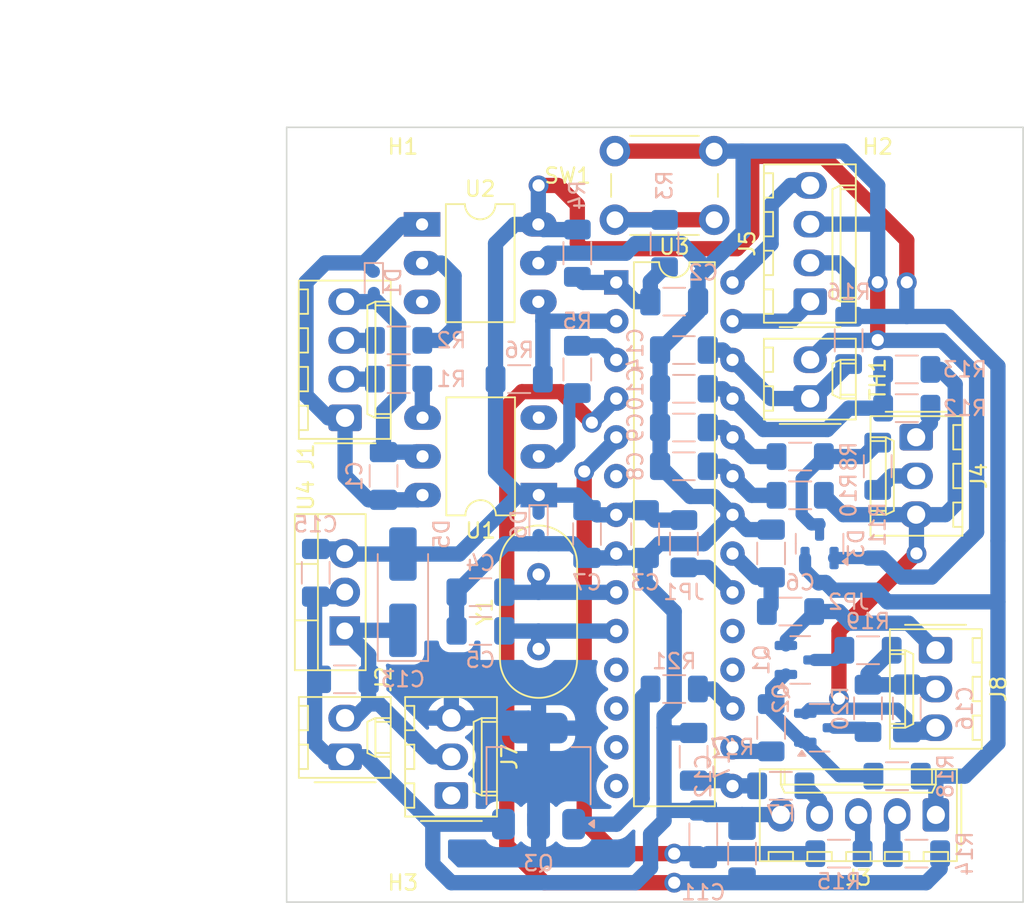
<source format=kicad_pcb>
(kicad_pcb (version 20221018) (generator pcbnew)
  (layers (0 "F.Cu" signal) (31 "B.Cu" signal) (34 "B.Paste" user) (35 "F.Paste" user) (36 "B.SilkS" user "B.Silkscreen") (37 "F.SilkS" user "F.Silkscreen") (38 "B.Mask" user) (39 "F.Mask" user) (44 "Edge.Cuts" user))
  (net 0 "")
  (net 1 "/UART_5V")
  (net 2 "/UART_GND")
  (net 3 "/~{RST}")
  (net 4 "GND")
  (net 5 "+5V")
  (net 6 "Net-(U3-PB6{slash}XTAL1)")
  (net 7 "Net-(U3-PB7{slash}XTAL2)")
  (net 8 "/Vref")
  (net 9 "/ADC0")
  (net 10 "/ADC1")
  (net 11 "/ADC2")
  (net 12 "/ENC_A")
  (net 13 "/ENC_B")
  (net 14 "+12V")
  (net 15 "/ADC3")
  (net 16 "Net-(J8-Pin_2)")
  (net 17 "GNDPWR")
  (net 19 "Net-(D3-K-Pad3)")
  (net 20 "/UART_TX")
  (net 21 "/UART_RX")
  (net 22 "/MISO")
  (net 23 "/SCK")
  (net 24 "/FAN")
  (net 25 "/ISENSE")
  (net 26 "/VSENSE")
  (net 27 "/SDA")
  (net 28 "/SCL")
  (net 29 "/ENC_SW")
  (net 30 "Net-(J3-Pin_2)")
  (net 32 "Net-(J7-Pin_3)")
  (net 33 "Net-(Q1-G)")
  (net 34 "Net-(Q1-D)")
  (net 35 "Net-(Q2-D)")
  (net 36 "Net-(Q3-B)")
  (net 37 "Net-(R1-Pad1)")
  (net 38 "Net-(R2-Pad2)")
  (net 39 "Net-(R3-Pad1)")
  (net 40 "Net-(R5-Pad1)")
  (net 41 "/TX")
  (net 42 "/RX")
  (net 44 "unconnected-(U2-Pad3)")
  (net 45 "Net-(J3-Pin_3)")
  (net 49 "Net-(JP1-B)")
  (net 50 "Net-(JP2-B)")
  (net 52 "/OC1B")
  (net 53 "Net-(J3-Pin_4)")
  (footprint "MountingHole:MountingHole_3.2mm_M3" (layer "F.Cu") (at 67.31 123.19)
    (fp_text reference "H3")
    (fp_text value "MountingHole")
  )
  (footprint "Button_Switch_THT:SW_PUSH_6mm_H4.3mm" (layer "F.Cu") (at 85.015 77.76)
    (fp_text reference "SW1")
    (fp_text value "SW_Push")
  )
  (footprint "Package_DIP:DIP-6_W7.62mm_LongPads" (layer "F.Cu") (at 80.025 100.315 180)
    (fp_text reference "U1")
    (fp_text value "H11L1")
  )
  (footprint "Connector_Molex:Molex_KK-254_AE-6410-03A_1x03_P2.54mm_Vertical" (layer "F.Cu") (at 104.755 96.52 -90)
    (fp_text reference "J4")
    (fp_text value "Conn_01x03")
  )
  (footprint "Connector_Molex:Molex_KK-254_AE-6410-04A_1x04_P2.54mm_Vertical" (layer "F.Cu") (at 97.81 87.63 90)
    (fp_text reference "J5")
    (fp_text value "Conn_01x04")
  )
  (footprint "Package_TO_SOT_THT:TO-220-3_Vertical" (layer "F.Cu") (at 67.31 109.22 90)
    (fp_text reference "U4")
    (fp_text value "LM7805_TO220")
  )
  (footprint "Connector_Molex:Molex_KK-254_AE-6410-04A_1x04_P2.54mm_Vertical" (layer "F.Cu") (at 67.33 95.25 90)
    (fp_text reference "J1")
    (fp_text value "Conn_01x04")
  )
  (footprint "Connector_Molex:Molex_KK-254_AE-6410-02A_1x02_P2.54mm_Vertical" (layer "F.Cu") (at 97.81 93.98 90)
    (fp_text reference "TH1")
    (fp_text value "Thermistor_NTC")
  )
  (footprint "Connector_Molex:Molex_KK-254_AE-6410-05A_1x05_P2.54mm_Vertical" (layer "F.Cu") (at 106.045 121.285 180)
    (fp_text reference "J3")
    (fp_text value "Conn_01x05")
  )
  (footprint "Package_DIP:DIP-28_W7.62mm" (layer "F.Cu") (at 85.1 86.37)
    (fp_text reference "U3")
    (fp_text value "ATmega8-16P")
  )
  (footprint "Connector_Molex:Molex_KK-254_AE-6410-03A_1x03_P2.54mm_Vertical" (layer "F.Cu") (at 74.295 120.015 90)
    (fp_text reference "J7")
    (fp_text value "Conn_01x03")
  )
  (footprint "Package_DIP:DIP-6_W7.62mm_LongPads" (layer "F.Cu") (at 72.375 82.565)
    (fp_text reference "U2")
    (fp_text value "H11L1")
  )
  (footprint "Crystal:Crystal_HC49-U_Vertical" (layer "F.Cu") (at 80.01 110.4 90)
    (fp_text reference "Y1")
    (fp_text value "16M-49S-SR")
  )
  (footprint "Connector_Molex:Molex_KK-254_AE-6410-02A_1x02_P2.54mm_Vertical" (layer "F.Cu") (at 67.33 117.475 90)
    (fp_text reference "J2")
    (fp_text value "Conn_01x02")
  )
  (footprint "Connector_Molex:Molex_KK-254_AE-6410-03A_1x03_P2.54mm_Vertical" (layer "F.Cu") (at 106.025 110.49 -90)
    (fp_text reference "J8")
    (fp_text value "Conn_01x03")
  )
  (footprint "MountingHole:MountingHole_3.2mm_M3" (layer "F.Cu") (at 67.31 80.01)
    (fp_text reference "H1")
    (fp_text value "MountingHole")
  )
  (footprint "MountingHole:MountingHole_3.2mm_M3" (layer "F.Cu") (at 106.68 80.01)
    (fp_text reference "H2")
    (fp_text value "MountingHole")
  )
  (footprint "Diode_SMD:D_SOD-523" (layer "B.Cu") (at 80.01 102.235 -90)
    (fp_text reference "D6")
    (fp_text value "ESD5Z5V0")
  )
  (footprint "Resistor_SMD:R_1206_3216Metric_Pad1.30x1.75mm_HandSolder" (layer "B.Cu") (at 82.55 84.455 -90)
    (fp_text reference "R4")
    (fp_text value "10k")
  )
  (footprint "Resistor_SMD:R_1206_3216Metric_Pad1.30x1.75mm_HandSolder" (layer "B.Cu") (at 95.885 119.38)
    (fp_text reference "R7")
    (fp_text value "10k")
  )
  (footprint "Resistor_SMD:R_1206_3216Metric_Pad1.30x1.75mm_HandSolder" (layer "B.Cu") (at 70.84 92.71 180)
    (fp_text reference "R1")
    (fp_text value "1k")
  )
  (footprint "Capacitor_SMD:C_1206_3216Metric_Pad1.33x1.80mm_HandSolder" (layer "B.Cu") (at 89.535 93.345 180)
    (fp_text reference "C10")
    (fp_text value "10n")
  )
  (footprint "Diode_SMD:D_SMA_Handsoldering" (layer "B.Cu") (at 71.12 106.68 90)
    (fp_text reference "D5")
    (fp_text value "1N4007")
  )
  (footprint "Resistor_SMD:R_1206_3216Metric_Pad1.30x1.75mm_HandSolder" (layer "B.Cu") (at 89.535 103.505 -90)
    (fp_text reference "JP1")
    (fp_text value "SolderJumper_2_Bridged")
  )
  (footprint "Resistor_SMD:R_1206_3216Metric_Pad1.30x1.75mm_HandSolder" (layer "B.Cu") (at 102.235 98.425 -90)
    (fp_text reference "R11")
    (fp_text value "10k")
  )
  (footprint "Resistor_SMD:R_1206_3216Metric_Pad1.30x1.75mm_HandSolder" (layer "B.Cu") (at 82.55 92.075 90)
    (fp_text reference "R5")
    (fp_text value "1k")
  )
  (footprint "Capacitor_SMD:C_1206_3216Metric_Pad1.33x1.80mm_HandSolder" (layer "B.Cu") (at 69.85 99.06 90)
    (fp_text reference "C1")
    (fp_text value "100n")
  )
  (footprint "Resistor_SMD:R_1206_3216Metric_Pad1.30x1.75mm_HandSolder" (layer "B.Cu") (at 104.14 92.075)
    (fp_text reference "R13")
    (fp_text value "10k")
  )
  (footprint "Resistor_SMD:R_1206_3216Metric_Pad1.30x1.75mm_HandSolder" (layer "B.Cu") (at 70.84 90.17)
    (fp_text reference "R2")
    (fp_text value "1k")
  )
  (footprint "Capacitor_SMD:C_1206_3216Metric_Pad1.33x1.80mm_HandSolder" (layer "B.Cu") (at 89.535 98.425 180)
    (fp_text reference "C8")
    (fp_text value "10n")
  )
  (footprint "Resistor_SMD:R_1206_3216Metric_Pad1.30x1.75mm_HandSolder" (layer "B.Cu") (at 100.33 90.17 -90)
    (fp_text reference "R16")
    (fp_text value "22k")
  )
  (footprint "Resistor_SMD:R_1206_3216Metric_Pad1.30x1.75mm_HandSolder" (layer "B.Cu") (at 88.9 113.03 180)
    (fp_text reference "R21")
    (fp_text value "330")
  )
  (footprint "Resistor_SMD:R_1206_3216Metric_Pad1.30x1.75mm_HandSolder" (layer "B.Cu") (at 78.74 92.71)
    (fp_text reference "R6")
    (fp_text value "10k")
  )
  (footprint "Capacitor_SMD:C_1206_3216Metric_Pad1.33x1.80mm_HandSolder" (layer "B.Cu") (at 83.185 102.87 -90)
    (fp_text reference "C7")
    (fp_text value "1u / 25V")
  )
  (footprint "Diode_SMD:D_SOD-523" (layer "B.Cu") (at 69.215 86.36 -90)
    (fp_text reference "D1")
    (fp_text value "ESD5Z5V0")
  )
  (footprint "Capacitor_SMD:C_1206_3216Metric_Pad1.33x1.80mm_HandSolder" (layer "B.Cu") (at 90.805 122.555 90)
    (fp_text reference "C12")
    (fp_text value "10n")
  )
  (footprint "Capacitor_SMD:C_1206_3216Metric_Pad1.33x1.80mm_HandSolder" (layer "B.Cu") (at 89.535 90.805 180)
    (fp_text reference "C14")
    (fp_text value "100n")
  )
  (footprint "Resistor_SMD:R_1206_3216Metric_Pad1.30x1.75mm_HandSolder" (layer "B.Cu") (at 97.155 100.33)
    (fp_text reference "R10")
    (fp_text value "10k")
  )
  (footprint "Capacitor_SMD:C_1206_3216Metric_Pad1.33x1.80mm_HandSolder" (layer "B.Cu") (at 76.2 109.22)
    (fp_text reference "C5")
    (fp_text value "22p")
  )
  (footprint "Resistor_SMD:R_1206_3216Metric_Pad1.30x1.75mm_HandSolder" (layer "B.Cu") (at 88.265 83.82 -90)
    (fp_text reference "R3")
    (fp_text value "330")
  )
  (footprint "Resistor_SMD:R_1206_3216Metric_Pad1.30x1.75mm_HandSolder" (layer "B.Cu") (at 104.775 123.825 180)
    (fp_text reference "R14")
    (fp_text value "10k")
  )
  (footprint "Capacitor_SMD:C_1206_3216Metric_Pad1.33x1.80mm_HandSolder" (layer "B.Cu") (at 65.405 105.41 -90)
    (fp_text reference "C15")
    (fp_text value "100n")
  )
  (footprint "Resistor_SMD:R_1206_3216Metric_Pad1.30x1.75mm_HandSolder" (layer "B.Cu") (at 101.6 110.49)
    (fp_text reference "R19")
    (fp_text value "10k")
  )
  (footprint "Capacitor_SMD:C_1206_3216Metric_Pad1.33x1.80mm_HandSolder" (layer "B.Cu") (at 104.14 114.3 -90)
    (fp_text reference "C16")
    (fp_text value "10uF")
  )
  (footprint "Package_TO_SOT_SMD:SOT-23" (layer "B.Cu") (at 98.425 115.57)
    (fp_text reference "Q2")
    (fp_text value "BSS138")
  )
  (footprint "Package_TO_SOT_SMD:SOT-223-3_TabPin2" (layer "B.Cu") (at 80.01 118.745 90)
    (fp_text reference "Q3")
    (fp_text value "BCP56")
  )
  (footprint "Capacitor_SMD:C_1206_3216Metric_Pad1.33x1.80mm_HandSolder" (layer "B.Cu") (at 89.535 95.885 180)
    (fp_text reference "C9")
    (fp_text value "10n")
  )
  (footprint "Resistor_SMD:R_1206_3216Metric_Pad1.30x1.75mm_HandSolder" (layer "B.Cu") (at 95.25 115.57 90)
    (fp_text reference "R17")
    (fp_text value "100")
  )
  (footprint "Capacitor_SMD:C_1206_3216Metric_Pad1.33x1.80mm_HandSolder" (layer "B.Cu") (at 95.25 104.14 90)
    (fp_text reference "C6")
    (fp_text value "100n")
  )
  (footprint "Capacitor_SMD:C_1206_3216Metric_Pad1.33x1.80mm_HandSolder" (layer "B.Cu") (at 86.995 102.87 -90)
    (fp_text reference "C3")
    (fp_text value "100n")
  )
  (footprint "Resistor_SMD:R_1206_3216Metric_Pad1.30x1.75mm_HandSolder" (layer "B.Cu") (at 101.6 114.3 -90)
    (fp_text reference "R20")
    (fp_text value "10k")
  )
  (footprint "Resistor_SMD:R_1206_3216Metric_Pad1.30x1.75mm_HandSolder" (layer "B.Cu") (at 97.155 97.79)
    (fp_text reference "R8")
    (fp_text value "1k")
  )
  (footprint "Capacitor_SMD:C_1206_3216Metric_Pad1.33x1.80mm_HandSolder" (layer "B.Cu") (at 76.2 106.68)
    (fp_text reference "C4")
    (fp_text value "22p")
  )
  (footprint "Resistor_SMD:R_1206_3216Metric_Pad1.30x1.75mm_HandSolder" (layer "B.Cu") (at 103.505 118.745 180)
    (fp_text reference "R18")
    (fp_text value "10k")
  )
  (footprint "Package_TO_SOT_SMD:SOT-23" (layer "B.Cu") (at 97.155 111.125)
    (fp_text reference "Q1")
    (fp_text value "BSS84")
  )
  (footprint "Capacitor_SMD:C_1206_3216Metric_Pad1.33x1.80mm_HandSolder" (layer "B.Cu") (at 90.17 117.475 90)
    (fp_text reference "C17")
    (fp_text value "100n")
  )
  (footprint "Resistor_SMD:R_1206_3216Metric_Pad1.30x1.75mm_HandSolder" (layer "B.Cu") (at 96.52 107.95 180)
    (fp_text reference "JP2")
    (fp_text value "SolderJumper_2_Bridged")
  )
  (footprint "Package_TO_SOT_SMD:SOT-23" (layer "B.Cu") (at 98.425 103.505 90)
    (fp_text reference "D3")
    (fp_text value "BAV99")
  )
  (footprint "Resistor_SMD:R_1206_3216Metric_Pad1.30x1.75mm_HandSolder" (layer "B.Cu") (at 104.14 94.615 180)
    (fp_text reference "R12")
    (fp_text value "330k")
  )
  (footprint "Resistor_SMD:R_1206_3216Metric_Pad1.30x1.75mm_HandSolder" (layer "B.Cu") (at 99.695 123.825)
    (fp_text reference "R15")
    (fp_text value "10k")
  )
  (footprint "Capacitor_SMD:C_1206_3216Metric_Pad1.33x1.80mm_HandSolder" (layer "B.Cu") (at 67.31 112.395 180)
    (fp_text reference "C13")
    (fp_text value "330n")
  )
  (footprint "Capacitor_SMD:C_1206_3216Metric_Pad1.33x1.80mm_HandSolder" (layer "B.Cu") (at 93.345 123.825 90)
    (fp_text reference "C11")
    (fp_text value "10n")
  )
  (footprint "Capacitor_SMD:C_1206_3216Metric_Pad1.33x1.80mm_HandSolder" (layer "B.Cu") (at 88.9 87.63)
    (fp_text reference "C2")
    (fp_text value "100n")
  )
  (gr_line (start 111.76 76.2) (end 63.5 76.2) (stroke (width 0.1)) (layer "Edge.Cuts"))
  (gr_line (start 111.76 127) (end 111.76 76.2) (stroke (width 0.1)) (layer "Edge.Cuts"))
  (gr_line (start 63.5 127) (end 111.76 127) (stroke (width 0.1)) (layer "Edge.Cuts"))
  (gr_line (start 63.5 76.2) (end 63.5 127) (stroke (width 0.1)) (layer "Edge.Cuts"))
  (segment (start 66.235 95.25) (end 64.77 93.785) (width 1) (layer "B.Cu") (net 1))
  (segment (start 67.33 95.25) (end 67.33 99.08) (width 1) (layer "B.Cu") (net 1))
  (segment (start 71.105 82.565) (end 72.375 82.565) (width 1) (layer "B.Cu") (net 1))
  (segment (start 72.0975 100.6225) (end 72.405 100.315) (width 1) (layer "B.Cu") (net 1))
  (segment (start 67.33 95.25) (end 66.235 95.25) (width 1) (layer "B.Cu") (net 1))
  (segment (start 68.58 85.09) (end 71.105 82.565) (width 1) (layer "B.Cu") (net 1))
  (segment (start 69.85 100.6225) (end 72.0975 100.6225) (width 1) (layer "B.Cu") (net 1))
  (segment (start 69.215 85.66) (end 69.15 85.66) (width 0.8) (layer "B.Cu") (net 1))
  (segment (start 68.8725 100.6225) (end 69.85 100.6225) (width 1) (layer "B.Cu") (net 1))
  (segment (start 67.33 99.08) (end 68.8725 100.6225) (width 1) (layer "B.Cu") (net 1))
  (segment (start 69.15 85.66) (end 68.58 85.09) (width 0.8) (layer "B.Cu") (net 1))
  (segment (start 64.77 86.36) (end 66.04 85.09) (width 1) (layer "B.Cu") (net 1))
  (segment (start 66.04 85.09) (end 68.58 85.09) (width 1) (layer "B.Cu") (net 1))
  (segment (start 64.77 93.785) (end 64.77 86.36) (width 1) (layer "B.Cu") (net 1))
  (segment (start 70.84 89.061726) (end 69.408274 87.63) (width 1) (layer "B.Cu") (net 2))
  (segment (start 72.1275 97.4975) (end 72.405 97.775) (width 1) (layer "B.Cu") (net 2))
  (segment (start 69.85 94.808274) (end 70.84 93.818274) (width 1) (layer "B.Cu") (net 2))
  (segment (start 69.85 94.808274) (end 69.85 97.4975) (width 1) (layer "B.Cu") (net 2))
  (segment (start 70.84 93.818274) (end 70.84 89.061726) (width 1) (layer "B.Cu") (net 2))
  (segment (start 69.215 87.06) (end 69.215 87.436726) (width 0.8) (layer "B.Cu") (net 2))
  (segment (start 69.85 97.4975) (end 72.1275 97.4975) (width 1) (layer "B.Cu") (net 2))
  (segment (start 69.215 87.436726) (end 69.408274 87.63) (width 0.8) (layer "B.Cu") (net 2))
  (segment (start 69.408274 87.63) (end 67.33 87.63) (width 1) (layer "B.Cu") (net 2))
  (segment (start 85.1 86.37) (end 82.915 86.37) (width 1) (layer "B.Cu") (net 3))
  (segment (start 87.3375 87.63) (end 86.36 87.63) (width 1) (layer "B.Cu") (net 3))
  (segment (start 87.3375 87.63) (end 87.3375 86.2975) (width 1) (layer "B.Cu") (net 3))
  (segment (start 87.3375 86.2975) (end 88.265 85.37) (width 1) (layer "B.Cu") (net 3))
  (segment (start 82.915 86.37) (end 82.55 86.005) (width 1) (layer "B.Cu") (net 3))
  (segment (start 85.37 86.1) (end 85.1 86.37) (width 1) (layer "B.Cu") (net 3))
  (segment (start 85.11 86.36) (end 85.1 86.37) (width 1) (layer "B.Cu") (net 3))
  (segment (start 86.36 87.63) (end 85.1 86.37) (width 1) (layer "B.Cu") (net 3))
  (segment (start 102.235 90.14881) (end 102.23619 90.15) (width 1) (layer "F.Cu") (net 4))
  (segment (start 91.515 77.76) (end 85.015 77.76) (width 1) (layer "F.Cu") (net 4))
  (segment (start 102.235 86.36) (end 102.235 90.14881) (width 1) (layer "F.Cu") (net 4))
  (via (at 102.235 86.36) (size 1.3) (drill 0.8) (layers "F.Cu" "B.Cu") (net 4))
  (via (at 102.23619 90.15) (size 1.3) (drill 0.8) (layers "F.Cu" "B.Cu") (net 4))
  (segment (start 106.443274 90.17) (end 101.438274 90.17) (width 1) (layer "B.Cu") (net 4))
  (segment (start 90.4625 87.63) (end 90.4625 88.315) (width 1) (layer "B.Cu") (net 4))
  (segment (start 103.785 105.69) (end 105.765 105.69) (width 1) (layer "B.Cu") (net 4))
  (segment (start 65.405 106.9725) (end 67.0175 106.9725) (width 1) (layer "B.Cu") (net 4))
  (segment (start 80.01 103.505) (end 77.8125 103.505) (width 1) (layer "B.Cu") (net 4))
  (segment (start 90.771003 85.691003) (end 93.415 83.047006) (width 1) (layer "B.Cu") (net 4))
  (segment (start 89.9525 100.405) (end 91.515 100.405) (width 1) (layer "B.Cu") (net 4))
  (segment (start 95.885 121.265) (end 93.345 121.265) (width 1) (layer "B.Cu") (net 4))
  (segment (start 102.235 86.36) (end 102.235 82.55) (width 1) (layer "B.Cu") (net 4))
  (segment (start 90.771003 85.217729) (end 90.771003 85.691003) (width 1) (layer "B.Cu") (net 4))
  (segment (start 90.4625 88.315) (end 87.9725 90.805) (width 1) (layer "B.Cu") (net 4))
  (segment (start 90.825 103.505) (end 92.72 101.61) (width 1) (layer "B.Cu") (net 4))
  (segment (start 82.2575 103.505) (end 80.01 103.505) (width 1) (layer "B.Cu") (net 4))
  (segment (start 101.6 104.4425) (end 102.5375 104.4425) (width 1) (layer "B.Cu") (net 4))
  (segment (start 86.36 83.82) (end 89.373274 83.82) (width 1) (layer "B.Cu") (net 4))
  (segment (start 84.8175 104.4325) (end 85.1 104.15) (width 1) (layer "B.Cu") (net 4))
  (segment (start 65.335 112.395) (end 65.335 116.575) (width 1) (layer "B.Cu") (net 4))
  (segment (start 65.335 107.0425) (end 65.335 112.395) (width 1) (layer "B.Cu") (net 4))
  (segment (start 66.235 117.475) (end 67.33 117.475) (width 1) (layer "B.Cu") (net 4))
  (segment (start 86.995 106.045) (end 88.9 107.95) (width 1) (layer "B.Cu") (net 4))
  (segment (start 65.82 117.06) (end 66.235 117.475) (width 1) (layer "B.Cu") (net 4))
  (segment (start 65.405 106.9725) (end 65.335 107.0425) (width 1) (layer "B.Cu") (net 4))
  (segment (start 88.233274 121.671726) (end 88.233274 121.285) (width 1) (layer "B.Cu") (net 4))
  (segment (start 93.6875 102.5775) (end 92.72 101.61) (width 1) (layer "B.Cu") (net 4))
  (segment (start 99.08 90.17) (end 101.438274 90.17) (width 1) (layer "B.Cu") (net 4))
  (segment (start 102.5375 104.4425) (end 103.785 105.69) (width 1) (layer "B.Cu") (net 4))
  (segment (start 108.715 99.19) (end 108.715 92.441726) (width 1) (layer "B.Cu") (net 4))
  (segment (start 89.373274 83.82) (end 90.771003 85.217729) (width 1) (layer "B.Cu") (net 4))
  (segment (start 95.25 102.5775) (end 93.6875 102.5775) (width 1) (layer "B.Cu") (net 4))
  (segment (start 88.525774 120.9925) (end 88.233274 121.285) (width 1) (layer "B.Cu") (net 4))
  (segment (start 83.185 104.4325) (end 82.2575 103.505) (width 1) (layer "B.Cu") (net 4))
  (segment (start 87.9225 103.505) (end 90.825 103.505) (width 1) (layer "B.Cu") (net 4))
  (segment (start 91.0775 121.265) (end 90.805 120.9925) (width 1) (layer "B.Cu") (net 4))
  (segment (start 91.515 100.405) (end 92.72 101.61) (width 1) (layer "B.Cu") (net 4))
  (segment (start 91.515 77.76) (end 93.345 77.76) (width 1) (layer "B.Cu") (net 4))
  (segment (start 85.725 84.455) (end 86.36 83.82) (width 1) (layer "B.Cu") (net 4))
  (segment (start 87.35 124.74) (end 86.36 125.73) (width 1) (layer "B.Cu") (net 4))
  (segment (start 90.4625 85.999506) (end 90.771003 85.691003) (width 1) (layer "B.Cu") (net 4))
  (segment (start 73.076726 124.511726) (end 73.076726 121.895) (width 1) (layer "B.Cu") (net 4))
  (segment (start 88.233274 121.285) (end 88.233274 115.57) (width 1) (layer "B.Cu") (net 4))
  (segment (start 87.35 122.555) (end 88.233274 121.671726) (width 1) (layer "B.Cu") (net 4))
  (segment (start 99.375 104.4425) (end 101.6 104.4425) (width 0.8) (layer "B.Cu") (net 4))
  (segment (start 108.715 102.74) (end 108.715 99.19) (width 1) (layer "B.Cu") (net 4))
  (segment (start 80.645 84.455) (end 85.725 84.455) (width 1) (layer "B.Cu") (net 4))
  (segment (start 88.9 114.138274) (end 88.9 107.95) (width 1) (layer "B.Cu") (net 4))
  (segment (start 77.71 121.895) (end 73.076726 121.895) (width 1) (layer "B.Cu") (net 4))
  (segment (start 77.8125 103.505) (end 74.6375 106.68) (width 1) (layer "B.Cu") (net 4))
  (segment (start 90.17 115.9125) (end 88.575774 115.9125) (width 1) (layer "B.Cu") (net 4))
  (segment (start 86.36 125.73) (end 74.295 125.73) (width 1) (layer "B.Cu") (net 4))
  (segment (start 74.6375 109.22) (end 74.6375 106.68) (width 1) (layer "B.Cu") (net 4))
  (segment (start 93.415 83.047006) (end 93.415 77.83) (width 1) (layer "B.Cu") (net 4))
  (segment (start 93.345 122.2625) (end 93.345 121.265) (width 1) (layer "B.Cu") (net 4))
  (segment (start 87.9725 98.425) (end 89.9525 100.405) (width 1) (layer "B.Cu") (net 4))
  (segment (start 90.4625 87.63) (end 90.4625 85.999506) (width 1) (layer "B.Cu") (net 4))
  (segment (start 86.995 104.4325) (end 87.9225 103.505) (width 1) (layer "B.Cu") (net 4))
  (segment (start 105.765 105.69) (end 108.715 102.74) (width 1) (layer "B.Cu") (net 4))
  (segment (start 93.415 77.83) (end 93.345 77.76) (width 1) (layer "B.Cu") (net 4))
  (segment (start 102.235 80.01) (end 99.985 77.76) (width 1) (layer "B.Cu") (net 4))
  (segment (start 80.01 102.935) (end 80.01 103.505) (width 0.8) (layer "B.Cu") (net 4))
  (segment (start 87.9725 98.425) (end 87.9725 91.44) (width 1) (layer "B.Cu") (net 4))
  (segment (start 97.81 91.44) (end 99.08 90.17) (width 1) (layer "B.Cu") (net 4))
  (segment (start 86.995 104.4325) (end 86.995 106.045) (width 1) (layer "B.Cu") (net 4))
  (segment (start 93.345 121.265) (end 91.0775 121.265) (width 1) (layer "B.Cu") (net 4))
  (segment (start 67.33 117.475) (end 68.425 117.475) (width 1) (layer "B.Cu") (net 4))
  (segment (start 87.35 124.74) (end 87.35 122.555) (width 1) (layer "B.Cu") (net 4))
  (segment (start 67.0175 106.9725) (end 67.31 106.68) (width 1) (layer "B.Cu") (net 4))
  (segment (start 90.805 120.9925) (end 88.525774 120.9925) (width 1) (layer "B.Cu") (net 4))
  (segment (start 99.985 77.76) (end 93.345 77.76) (width 1) (layer "B.Cu") (net 4))
  (segment (start 88.233274 115.57) (end 88.233274 114.805) (width 1) (layer "B.Cu") (net 4))
  (segment (start 83.185 104.4325) (end 84.8175 104.4325) (width 1) (layer "B.Cu") (net 4))
  (segment (start 79.995 85.105) (end 80.645 84.455) (width 1) (layer "B.Cu") (net 4))
  (segment (start 74.295 125.73) (end 73.076726 124.511726) (width 1) (layer "B.Cu") (net 4))
  (segment (start 65.7475 112.395) (end 65.335 112.395) (width 1) (layer "B.Cu") (net 4))
  (segment (start 88.233274 114.805) (end 88.9 114.138274) (width 1) (layer "B.Cu") (net 4))
  (segment (start 86.995 104.4325) (end 85.3825 104.4325) (width 1) (layer "B.Cu") (net 4))
  (segment (start 108.715 92.441726) (end 106.443274 90.17) (width 1) (layer "B.Cu") (net 4))
  (segment (start 97.81 82.55) (end 102.235 82.55) (width 1) (layer "B.Cu") (net 4))
  (segment (start 65.335 116.575) (end 65.82 117.06) (width 1) (layer "B.Cu") (net 4))
  (segment (start 74.6375 106.68) (end 74.6375 106.3375) (width 1) (layer "B.Cu") (net 4))
  (segment (start 73.076726 121.895) (end 68.656726 117.475) (width 1) (layer "B.Cu") (net 4))
  (segment (start 88.575774 115.9125) (end 88.233274 115.57) (width 1) (layer "B.Cu") (net 4))
  (segment (start 68.656726 117.475) (end 68.425 117.475) (width 1) (layer "B.Cu") (net 4))
  (segment (start 85.3825 104.4325) (end 85.1 104.15) (width 1) (layer "B.Cu") (net 4))
  (segment (start 102.235 82.55) (end 102.235 80.01) (width 1) (layer "B.Cu") (net 4))
  (segment (start 98.633158 78.105) (end 104.14 83.611842) (width 1) (layer "F.Cu") (net 5))
  (segment (start 81.28 80.01) (end 80.01 80.01) (width 1) (layer "F.Cu") (net 5))
  (segment (start 93.98 78.105) (end 93.98 83.185) (width 1) (layer "F.Cu") (net 5))
  (segment (start 82.89 84.16) (end 82.55 83.82) (width 1) (layer "F.Cu") (net 5))
  (segment (start 104.14 83.611842) (end 104.14 86.36) (width 1) (layer "F.Cu") (net 5))
  (segment (start 82.55 83.82) (end 82.55 81.28) (width 1) (layer "F.Cu") (net 5))
  (segment (start 93.98 83.185) (end 93.005 84.16) (width 1) (layer "F.Cu") (net 5))
  (segment (start 93.98 78.105) (end 98.633158 78.105) (width 1) (layer "F.Cu") (net 5))
  (segment (start 82.55 81.28) (end 81.28 80.01) (width 1) (layer "F.Cu") (net 5))
  (segment (start 93.005 84.16) (end 82.89 84.16) (width 1) (layer "F.Cu") (net 5))
  (via (at 80.01 80.01) (size 1.3) (drill 0.8) (layers "F.Cu" "B.Cu") (net 5))
  (via (at 104.14 86.36) (size 1.3) (drill 0.8) (layers "F.Cu" "B.Cu") (net 5))
  (segment (start 98.340001 106.045) (end 98.823274 106.045) (width 1) (layer "B.Cu") (net 5))
  (segment (start 77.19 92.71) (end 77.19 98.78) (width 1) (layer "B.Cu") (net 5))
  (segment (start 74.815102 104.18) (end 71.12 104.18) (width 1) (layer "B.Cu") (net 5))
  (segment (start 110.115 91.861828) (end 110.115 103.319898) (width 1) (layer "B.Cu") (net 5))
  (segment (start 87.6425 101.955) (end 86.995 101.3075) (width 1) (layer "B.Cu") (net 5))
  (segment (start 97.81 85.09) (end 99.695 85.09) (width 1) (layer "B.Cu") (net 5))
  (segment (start 77.19 92.71) (end 77.19 83.82) (width 1) (layer "B.Cu") (net 5))
  (segment (start 106.853172 88.6) (end 110.115 91.861828) (width 1) (layer "B.Cu") (net 5))
  (segment (start 67.35 104.18) (end 67.31 104.14) (width 1) (layer "B.Cu") (net 5))
  (segment (start 80.025 100.315) (end 78.680102 100.315) (width 1) (layer "B.Cu") (net 5))
  (segment (start 79.995 80.025) (end 80.01 80.01) (width 1) (layer "B.Cu") (net 5))
  (segment (start 80.01 101.535) (end 80.01 100.33) (width 0.8) (layer "B.Cu") (net 5))
  (segment (start 77.19 83.82) (end 78.445 82.565) (width 1) (layer "B.Cu") (net 5))
  (segment (start 85.4025 101.3075) (end 85.1 101.61) (width 1) (layer "B.Cu") (net 5))
  (segment (start 104.14 88.6) (end 106.853172 88.6) (width 1) (layer "B.Cu") (net 5))
  (segment (start 98.340001 106.045) (end 98.375001 106.08) (width 1) (layer "B.Cu") (net 5))
  (segment (start 97.475 105.179999) (end 98.340001 106.045) (width 0.8) (layer "B.Cu") (net 5))
  (segment (start 82.55 82.905) (end 80.335 82.905) (width 1) (layer "B.Cu") (net 5))
  (segment (start 78.445 82.565) (end 79.995 82.565) (width 1) (layer "B.Cu") (net 5))
  (segment (start 78.680102 100.315) (end 74.815102 104.18) (width 1) (layer "B.Cu") (net 5))
  (segment (start 78.725 100.315) (end 80.025 100.315) (width 1) (layer "B.Cu") (net 5))
  (segment (start 65.405 103.8475) (end 67.0175 103.8475) (width 1) (layer "B.Cu") (net 5))
  (segment (start 79.995 82.565) (end 79.995 80.025) (width 1) (layer "B.Cu") (net 5))
  (segment (start 107.95 118.745) (end 106.045 118.745) (width 1) (layer "B.Cu") (net 5))
  (segment (start 82.535 100.315) (end 80.025 100.315) (width 1) (layer "B.Cu") (net 5))
  (segment (start 67.0175 103.8475) (end 67.31 104.14) (width 1) (layer "B.Cu") (net 5))
  (segment (start 99.695 85.09) (end 100.33 85.725) (width 1) (layer "B.Cu") (net 5))
  (segment (start 77.19 98.78) (end 78.725 100.315) (width 1) (layer "B.Cu") (net 5))
  (segment (start 85.1 101.61) (end 83.83 101.61) (width 1) (layer "B.Cu") (net 5))
  (segment (start 98.823274 106.045) (end 99.328274 106.55) (width 1) (layer "B.Cu") (net 5))
  (segment (start 106.045 118.745) (end 105.055 118.745) (width 1) (layer "B.Cu") (net 5))
  (segment (start 83.83 101.61) (end 82.535 100.315) (width 1) (layer "B.Cu") (net 5))
  (segment (start 104.14 86.36) (end 104.14 88.6) (width 1) (layer "B.Cu") (net 5))
  (segment (start 107.95 118.745) (end 110.115 116.58) (width 1) (layer "B.Cu") (net 5))
  (segment (start 106.045 121.285) (end 106.045 118.745) (width 1) (layer "B.Cu") (net 5))
  (segment (start 100.33 88.62) (end 100.35 88.6) (width 1) (layer "B.Cu") (net 5))
  (segment (start 89.535 101.955) (end 87.6425 101.955) (width 1) (layer "B.Cu") (net 5))
  (segment (start 110.115 116.58) (end 110.115 107.315) (width 1) (layer "B.Cu") (net 5))
  (segment (start 110.115 107.315) (end 110.115 103.319898) (width 1) (layer "B.Cu") (net 5))
  (segment (start 100.33 88.62) (end 100.33 85.725) (width 1) (layer "B.Cu") (net 5))
  (segment (start 102.87 107.315) (end 110.115 107.315) (width 1) (layer "B.Cu") (net 5))
  (segment (start 80.01 100.33) (end 80.025 100.315) (width 0.8) (layer "B.Cu") (net 5))
  (segment (start 71.12 104.18) (end 67.35 104.18) (width 1) (layer "B.Cu") (net 5))
  (segment (start 86.995 101.3075) (end 85.4025 101.3075) (width 1) (layer "B.Cu") (net 5))
  (segment (start 97.475 104.4425) (end 97.475 105.179999) (width 0.8) (layer "B.Cu") (net 5))
  (segment (start 102.105 106.55) (end 102.87 107.315) (width 1) (layer "B.Cu") (net 5))
  (segment (start 100.35 88.6) (end 104.14 88.6) (width 1) (layer "B.Cu") (net 5))
  (segment (start 99.328274 106.55) (end 102.105 106.55) (width 1) (layer "B.Cu") (net 5))
  (segment (start 80.335 82.905) (end 79.995 82.565) (width 1) (layer "B.Cu") (net 5))
  (segment (start 77.7725 106.69) (end 77.7625 106.68) (width 1) (layer "B.Cu") (net 6))
  (segment (start 80.01 105.52) (end 80.01 106.69) (width 1) (layer "B.Cu") (net 6))
  (segment (start 85.1 106.69) (end 80.01 106.69) (width 1) (layer "B.Cu") (net 6))
  (segment (start 80.01 106.69) (end 77.7725 106.69) (width 1) (layer "B.Cu") (net 6))
  (segment (start 85.1 109.23) (end 80.01 109.23) (width 1) (layer "B.Cu") (net 7))
  (segment (start 80.01 109.23) (end 77.7725 109.23) (width 1) (layer "B.Cu") (net 7))
  (segment (start 77.7725 109.23) (end 77.7625 109.22) (width 1) (layer "B.Cu") (net 7))
  (segment (start 80.01 110.4) (end 80.01 109.23) (width 1) (layer "B.Cu") (net 7))
  (segment (start 100.46 108.715) (end 99.695 107.95) (width 1) (layer "B.Cu") (net 8))
  (segment (start 99.695 107.95) (end 98.07 107.95) (width 1) (layer "B.Cu") (net 8))
  (segment (start 106.025 110.49) (end 104.25 108.715) (width 1) (layer "B.Cu") (net 8))
  (segment (start 104.25 108.715) (end 100.46 108.715) (width 1) (layer "B.Cu") (net 8))
  (segment (start 96.2175 109.8025) (end 98.07 107.95) (width 0.8) (layer "B.Cu") (net 8))
  (segment (start 96.2175 110.175) (end 96.2175 109.8025) (width 0.8) (layer "B.Cu") (net 8))
  (segment (start 92.72 99.07) (end 93.98 100.33) (width 1) (layer "B.Cu") (net 9))
  (segment (start 92.73 99.06) (end 92.72 99.07) (width 1) (layer "B.Cu") (net 9))
  (segment (start 91.0975 98.425) (end 92.075 98.425) (width 1) (layer "B.Cu") (net 9))
  (segment (start 92.075 98.425) (end 92.72 99.07) (width 1) (layer "B.Cu") (net 9))
  (segment (start 93.98 100.33) (end 95.605 100.33) (width 1) (layer "B.Cu") (net 9))
  (segment (start 92.73 96.52) (end 92.72 96.53) (width 1) (layer "B.Cu") (net 10))
  (segment (start 95.605 97.79) (end 93.98 97.79) (width 1) (layer "B.Cu") (net 10))
  (segment (start 91.0975 95.885) (end 92.075 95.885) (width 1) (layer "B.Cu") (net 10))
  (segment (start 93.98 97.79) (end 92.72 96.53) (width 1) (layer "B.Cu") (net 10))
  (segment (start 92.075 95.885) (end 92.72 96.53) (width 1) (layer "B.Cu") (net 10))
  (segment (start 92.72 93.99) (end 94.745 96.015) (width 1) (layer "B.Cu") (net 11))
  (segment (start 94.745 96.015) (end 98.93 96.015) (width 1) (layer "B.Cu") (net 11))
  (segment (start 92.075 93.345) (end 92.72 93.99) (width 1) (layer "B.Cu") (net 11))
  (segment (start 92.72 93.99) (end 92.73 93.98) (width 1) (layer "B.Cu") (net 11))
  (segment (start 102.59 94.615) (end 102.59 92.075) (width 1) (layer "B.Cu") (net 11))
  (segment (start 91.0975 93.345) (end 92.075 93.345) (width 1) (layer "B.Cu") (net 11))
  (segment (start 98.93 96.015) (end 100.33 94.615) (width 1) (layer "B.Cu") (net 11))
  (segment (start 100.33 94.615) (end 102.59 94.615) (width 1) (layer "B.Cu") (net 11))
  (segment (start 88.9 125.73) (end 80.385 125.73) (width 1) (layer "F.Cu") (net 12))
  (segment (start 77.925 94.530837) (end 78.920837 93.535) (width 1) (layer "F.Cu") (net 12))
  (segment (start 81.47 93.535) (end 83.5025 95.5675) (width 1) (layer "F.Cu") (net 12))
  (segment (start 77.925 123.27) (end 77.925 94.530837) (width 1) (layer "F.Cu") (net 12))
  (segment (start 80.385 125.73) (end 77.925 123.27) (width 1) (layer "F.Cu") (net 12))
  (segment (start 78.920837 93.535) (end 81.47 93.535) (width 1) (layer "F.Cu") (net 12))
  (via (at 83.5025 95.5675) (size 1.3) (drill 0.8) (layers "F.Cu" "B.Cu") (net 12))
  (via (at 88.9 125.73) (size 1.3) (drill 0.8) (layers "F.Cu" "B.Cu") (net 12))
  (segment (start 88.9 125.73) (end 105.41 125.73) (width 1) (layer "B.Cu") (net 12))
  (segment (start 105.41 125.73) (end 106.325 124.815) (width 1) (layer "B.Cu") (net 12))
  (segment (start 83.5025 95.5675) (end 85.08 93.99) (width 1) (layer "B.Cu") (net 12))
  (segment (start 85.08 93.99) (end 85.1 93.99) (width 1) (layer "B.Cu") (net 12))
  (segment (start 106.325 124.815) (end 106.325 123.825) (width 1) (layer "B.Cu") (net 12))
  (segment (start 85.09 123.825) (end 88.9 123.825) (width 1) (layer "F.Cu") (net 13))
  (segment (start 83.000726 121.735726) (end 85.09 123.825) (width 1) (layer "F.Cu") (net 13))
  (segment (start 83.000726 98.76511) (end 83.000726 121.735726) (width 1) (layer "F.Cu") (net 13))
  (via (at 88.9 123.825) (size 1.3) (drill 0.8) (layers "F.Cu" "B.Cu") (net 13))
  (via (at 83.000726 98.76511) (size 1.3) (drill 0.8) (layers "F.Cu" "B.Cu") (net 13))
  (segment (start 85.1 96.53) (end 84.788635 96.53) (width 1) (layer "B.Cu") (net 13))
  (segment (start 91.0975 123.825) (end 98.145 123.825) (width 1) (layer "B.Cu") (net 13))
  (segment (start 90.5125 123.825) (end 90.805 124.1175) (width 1) (layer "B.Cu") (net 13))
  (segment (start 88.9 123.825) (end 90.5125 123.825) (width 1) (layer "B.Cu") (net 13))
  (segment (start 85.1 96.665836) (end 83.000726 98.76511) (width 1) (layer "B.Cu") (net 13))
  (segment (start 90.805 124.1175) (end 91.0975 123.825) (width 1) (layer "B.Cu") (net 13))
  (segment (start 85.1 96.53) (end 85.1 96.665836) (width 1) (layer "B.Cu") (net 13))
  (segment (start 73.025 117.475) (end 69.5575 114.0075) (width 1) (layer "B.Cu") (net 14))
  (segment (start 68.8725 110.7825) (end 67.31 109.22) (width 1) (layer "B.Cu") (net 14))
  (segment (start 71.12 109.18) (end 67.35 109.18) (width 1) (layer "B.Cu") (net 14))
  (segment (start 67.33 114.935) (end 67.945 114.935) (width 1) (layer "B.Cu") (net 14))
  (segment (start 67.945 114.935) (end 68.8725 114.0075) (width 1) (layer "B.Cu") (net 14))
  (segment (start 67.35 109.18) (end 67.31 109.22) (width 1) (layer "B.Cu") (net 14))
  (segment (start 68.8725 114.0075) (end 68.8725 112.395) (width 1) (layer "B.Cu") (net 14))
  (segment (start 68.8725 112.395) (end 68.8725 110.7825) (width 1) (layer "B.Cu") (net 14))
  (segment (start 69.5575 114.0075) (end 68.8725 114.0075) (width 1) (layer "B.Cu") (net 14))
  (segment (start 74.295 117.475) (end 73.025 117.475) (width 1) (layer "B.Cu") (net 14))
  (segment (start 92.72 91.45) (end 95.25 93.98) (width 1) (layer "B.Cu") (net 15))
  (segment (start 92.73 91.44) (end 92.72 91.45) (width 1) (layer "B.Cu") (net 15))
  (segment (start 92.075 90.805) (end 92.72 91.45) (width 1) (layer "B.Cu") (net 15))
  (segment (start 98.07 93.98) (end 100.33 91.72) (width 1) (layer "B.Cu") (net 15))
  (segment (start 91.0975 90.805) (end 92.075 90.805) (width 1) (layer "B.Cu") (net 15))
  (segment (start 97.81 93.98) (end 98.07 93.98) (width 1) (layer "B.Cu") (net 15))
  (segment (start 95.25 93.98) (end 97.81 93.98) (width 1) (layer "B.Cu") (net 15))
  (segment (start 106.3175 112.7375) (end 106.025 113.03) (width 1) (layer "B.Cu") (net 16))
  (segment (start 106.025 113.03) (end 105.745 112.75) (width 1) (layer "B.Cu") (net 16))
  (segment (start 105.745 112.75) (end 101.6 112.75) (width 1) (layer "B.Cu") (net 16))
  (segment (start 101.6 112.04) (end 103.15 110.49) (width 1) (layer "B.Cu") (net 16))
  (segment (start 101.6 112.75) (end 101.6 112.04) (width 1) (layer "B.Cu") (net 16))
  (segment (start 102.235 106.68) (end 99.695 109.22) (width 1) (layer "F.Cu") (net 17))
  (segment (start 99.695 109.22) (end 99.695 113.665) (width 1) (layer "F.Cu") (net 17))
  (segment (start 102.235 106.68) (end 104.775 104.14) (width 1) (layer "F.Cu") (net 17))
  (via (at 99.695 113.665) (size 1.3) (drill 0.8) (layers "F.Cu" "B.Cu") (net 17))
  (via (at 104.775 104.14) (size 1.3) (drill 0.8) (layers "F.Cu" "B.Cu") (net 17))
  (segment (start 107.315 100.945) (end 106.66 101.6) (width 1) (layer "B.Cu") (net 17))
  (segment (start 106.34 92.075) (end 107.315 93.05) (width 1) (layer "B.Cu") (net 17))
  (segment (start 99.975 101.6) (end 98.705 100.33) (width 1) (layer "B.Cu") (net 17))
  (segment (start 106.66 101.6) (end 99.975 101.6) (width 1) (layer "B.Cu") (net 17))
  (segment (start 106.3175 115.8625) (end 106.025 115.57) (width 1) (layer "B.Cu") (net 17))
  (segment (start 104.775 101.62) (end 104.755 101.6) (width 1) (layer "B.Cu") (net 17))
  (segment (start 104.14 115.8625) (end 105.7325 115.8625) (width 1) (layer "B.Cu") (net 17))
  (segment (start 97.7875 114.32) (end 99.695 114.32) (width 0.8) (layer "B.Cu") (net 17))
  (segment (start 99.695 114.32) (end 103.525 114.32) (width 0.8) (layer "B.Cu") (net 17))
  (segment (start 104.14 114.935) (end 104.14 115.8625) (width 0.8) (layer "B.Cu") (net 17))
  (segment (start 97.4875 114.62) (end 97.7875 114.32) (width 0.8) (layer "B.Cu") (net 17))
  (segment (start 104.775 104.14) (end 104.775 101.62) (width 1) (layer "B.Cu") (net 17))
  (segment (start 105.7325 115.8625) (end 106.025 115.57) (width 1) (layer "B.Cu") (net 17))
  (segment (start 103.525 114.32) (end 104.14 114.935) (width 0.8) (layer "B.Cu") (net 17))
  (segment (start 107.315 93.05) (end 107.315 100.945) (width 1) (layer "B.Cu") (net 17))
  (segment (start 104.775 115.57) (end 106.025 115.57) (width 0.8) (layer "B.Cu") (net 17))
  (segment (start 99.695 113.665) (end 99.695 114.32) (width 0.8) (layer "B.Cu") (net 17))
  (segment (start 105.69 92.075) (end 106.34 92.075) (width 1) (layer "B.Cu") (net 17))
  (segment (start 102.235 96.875) (end 101.32 97.79) (width 1) (layer "B.Cu") (net 19))
  (segment (start 97.255 99.24) (end 98.705 97.79) (width 0.8) (layer "B.Cu") (net 19))
  (segment (start 97.89 102.235) (end 97.255 101.6) (width 0.8) (layer "B.Cu") (net 19))
  (segment (start 101.32 97.79) (end 98.705 97.79) (width 1) (layer "B.Cu") (net 19))
  (segment (start 98.425 102.235) (end 97.89 102.235) (width 0.8) (layer "B.Cu") (net 19))
  (segment (start 97.255 101.6) (end 97.255 99.24) (width 0.8) (layer "B.Cu") (net 19))
  (segment (start 67.33 92.71) (end 69.29 92.71) (width 1) (layer "B.Cu") (net 20))
  (segment (start 69.29 90.17) (end 67.33 90.17) (width 1) (layer "B.Cu") (net 21))
  (segment (start 92.73 114.3) (end 92.72 114.31) (width 1) (layer "B.Cu") (net 24))
  (segment (start 91.44 113.03) (end 92.72 114.31) (width 1) (layer "B.Cu") (net 24))
  (segment (start 90.45 113.03) (end 91.44 113.03) (width 1) (layer "B.Cu") (net 24))
  (segment (start 104.755 99.06) (end 103.15 99.06) (width 1) (layer "B.Cu") (net 25))
  (segment (start 103.15 99.06) (end 102.235 99.975) (width 1) (layer "B.Cu") (net 25))
  (segment (start 105.69 94.615) (end 105.69 95.585) (width 1) (layer "B.Cu") (net 26))
  (segment (start 105.69 95.585) (end 104.755 96.52) (width 1) (layer "B.Cu") (net 26))
  (segment (start 96.53 88.91) (end 97.81 87.63) (width 1) (layer "B.Cu") (net 27))
  (segment (start 92.72 88.91) (end 96.53 88.91) (width 1) (layer "B.Cu") (net 27))
  (segment (start 95.25 83.84) (end 95.25 81.28) (width 1) (layer "B.Cu") (net 28))
  (segment (start 95.25 81.28) (end 96.52 80.01) (width 1) (layer "B.Cu") (net 28))
  (segment (start 92.72 86.37) (end 95.25 83.84) (width 1) (layer "B.Cu") (net 28))
  (segment (start 96.52 80.01) (end 97.81 80.01) (width 1) (layer "B.Cu") (net 28))
  (segment (start 94.335 119.38) (end 92.73 119.38) (width 1) (layer "B.Cu") (net 29))
  (segment (start 92.3675 119.0375) (end 92.72 119.39) (width 1) (layer "B.Cu") (net 29))
  (segment (start 92.73 119.38) (end 92.72 119.39) (width 1) (layer "B.Cu") (net 29))
  (segment (start 90.17 119.0375) (end 92.3675 119.0375) (width 1) (layer "B.Cu") (net 29))
  (segment (start 103.225 121.545) (end 103.505 121.265) (width 1) (layer "B.Cu") (net 30))
  (segment (start 103.225 123.825) (end 103.225 121.545) (width 1) (layer "B.Cu") (net 30))
  (segment (start 79.35 114.935) (end 80.01 115.595) (width 1) (layer "B.Cu") (net 32))
  (segment (start 74.295 114.935) (end 79.35 114.935) (width 1) (layer "B.Cu") (net 32))
  (segment (start 80.01 121.895) (end 80.01 118.745) (width 1.5) (layer "B.Cu") (net 32))
  (segment (start 80.01 118.745) (end 80.01 115.595) (width 1.5) (layer "B.Cu") (net 32))
  (segment (start 95.25 113.0425) (end 96.2175 112.075) (width 0.8) (layer "B.Cu") (net 33))
  (segment (start 95.25 114.46766) (end 97.30234 116.52) (width 0.8) (layer "B.Cu") (net 33))
  (segment (start 95.25 114.02) (end 95.25 113.0425) (width 0.8) (layer "B.Cu") (net 33))
  (segment (start 97.30234 116.52) (end 97.4875 116.52) (width 0.8) (layer "B.Cu") (net 33))
  (segment (start 99.7125 118.745) (end 97.4875 116.52) (width 0.8) (layer "B.Cu") (net 33))
  (segment (start 101.955 118.745) (end 99.7125 118.745) (width 0.8) (layer "B.Cu") (net 33))
  (segment (start 95.25 114.02) (end 95.25 114.46766) (width 0.8) (layer "B.Cu") (net 33))
  (segment (start 99.415 111.125) (end 100.05 110.49) (width 0.8) (layer "B.Cu") (net 34))
  (segment (start 98.0925 111.125) (end 99.415 111.125) (width 0.8) (layer "B.Cu") (net 34))
  (segment (start 99.3625 115.57) (end 101.32 115.57) (width 0.8) (layer "B.Cu") (net 35))
  (segment (start 101.32 115.57) (end 101.6 115.85) (width 0.8) (layer "B.Cu") (net 35))
  (segment (start 82.31 121.895) (end 85.115 121.895) (width 1) (layer "B.Cu") (net 36))
  (segment (start 86.8 120.21) (end 86.8 113.58) (width 1) (layer "B.Cu") (net 36))
  (segment (start 85.115 121.895) (end 86.8 120.21) (width 1) (layer "B.Cu") (net 36))
  (segment (start 86.8 113.58) (end 87.35 113.03) (width 1) (layer "B.Cu") (net 36))
  (segment (start 72.39 95.22) (end 72.405 95.235) (width 1) (layer "B.Cu") (net 37))
  (segment (start 72.39 92.71) (end 72.39 95.22) (width 1) (layer "B.Cu") (net 37))
  (segment (start 73.66 90.17) (end 72.39 90.17) (width 1) (layer "B.Cu") (net 38))
  (segment (start 73.645 85.105) (end 74.475 85.935) (width 1) (layer "B.Cu") (net 38))
  (segment (start 72.375 85.105) (end 73.645 85.105) (width 1) (layer "B.Cu") (net 38))
  (segment (start 72.36 85.09) (end 72.375 85.105) (width 1) (layer "B.Cu") (net 38))
  (segment (start 74.475 85.935) (end 74.475 89.355) (width 1) (layer "B.Cu") (net 38))
  (segment (start 74.475 89.355) (end 73.66 90.17) (width 1) (layer "B.Cu") (net 38))
  (segment (start 91.44 82.26) (end 84.94 82.26) (width 1) (layer "F.Cu") (net 39))
  (segment (start 88.265 82.27) (end 85.025 82.27) (width 1) (layer "B.Cu") (net 39))
  (segment (start 85.025 82.27) (end 85.015 82.26) (width 1) (layer "B.Cu") (net 39))
  (segment (start 82.55 93.625) (end 82.025 94.15) (width 0.8) (layer "B.Cu") (net 40))
  (segment (start 80.025 97.775) (end 80.289163 97.775) (width 1) (layer "B.Cu") (net 40))
  (segment (start 82.025 94.15) (end 82.025 97.045) (width 0.8) (layer "B.Cu") (net 40))
  (segment (start 81.295 97.775) (end 80.025 97.775) (width 0.8) (layer "B.Cu") (net 40))
  (segment (start 82.025 97.045) (end 81.295 97.775) (width 0.8) (layer "B.Cu") (net 40))
  (segment (start 84.175 90.525) (end 85.1 91.45) (width 1) (layer "B.Cu") (net 41))
  (segment (start 82.55 90.525) (end 84.175 90.525) (width 1) (layer "B.Cu") (net 41))
  (segment (start 80.3 88.91) (end 80.29 88.9) (width 1) (layer "B.Cu") (net 42))
  (segment (start 80.29 87.94) (end 79.995 87.645) (width 1) (layer "B.Cu") (net 42))
  (segment (start 85.1 88.91) (end 80.3 88.91) (width 1) (layer "B.Cu") (net 42))
  (segment (start 80.29 92.71) (end 80.29 88.9) (width 1) (layer "B.Cu") (net 42))
  (segment (start 79.995 87.645) (end 80.395 87.645) (width 1) (layer "B.Cu") (net 42))
  (segment (start 80.29 88.9) (end 80.29 87.94) (width 1) (layer "B.Cu") (net 42))
  (segment (start 72.375 87.645) (end 71.975 87.645) (width 1) (layer "B.Cu") (net 44))
  (segment (start 101.245 121.545) (end 100.965 121.265) (width 1) (layer "B.Cu") (net 45))
  (segment (start 101.245 123.825) (end 101.245 121.545) (width 1) (layer "B.Cu") (net 45))
  (segment (start 91.085 105.055) (end 92.72 106.69) (width 1) (layer "B.Cu") (net 49))
  (segment (start 89.535 105.055) (end 91.085 105.055) (width 1) (layer "B.Cu") (net 49))
  (segment (start 95.25 105.7025) (end 94.2725 105.7025) (width 1) (layer "B.Cu") (net 50))
  (segment (start 95.25 105.7025) (end 95.25 107.595) (width 1) (layer "B.Cu") (net 50))
  (segment (start 94.2725 105.7025) (end 92.72 104.15) (width 1) (layer "B.Cu") (net 50))
  (segment (start 95.25 117.12) (end 92.99 117.12) (width 1) (layer "B.Cu") (net 52))
  (segment (start 92.99 117.12) (end 92.72 116.85) (width 1) (layer "B.Cu") (net 52))
  (segment (start 92.73 116.84) (end 92.72 116.85) (width 1) (layer "B.Cu") (net 52))
  (segment (start 98.425 120.37) (end 98.425 121.285) (width 1) (layer "B.Cu") (net 53))
  (segment (start 97.435 119.38) (end 98.425 120.37) (width 1) (layer "B.Cu") (net 53))
  (zone (net 32) (net_name "Net-(J7-Pin_3)") (layer "B.Cu") (connect_pads (clearance 0.5)) (min_thickness 0.25) (fill yes (thermal_gap 0.5) (thermal_bridge_width 1))
    (polygon (pts (xy 73.66 125.095) (xy 86.36 125.095) (xy 86.36 111.125) (xy 76.2 111.125) (xy 76.2 109.855) (xy 69.85 109.855) (xy 69.85 113.665) (xy 73.66 117.475)))
  )
)
</source>
